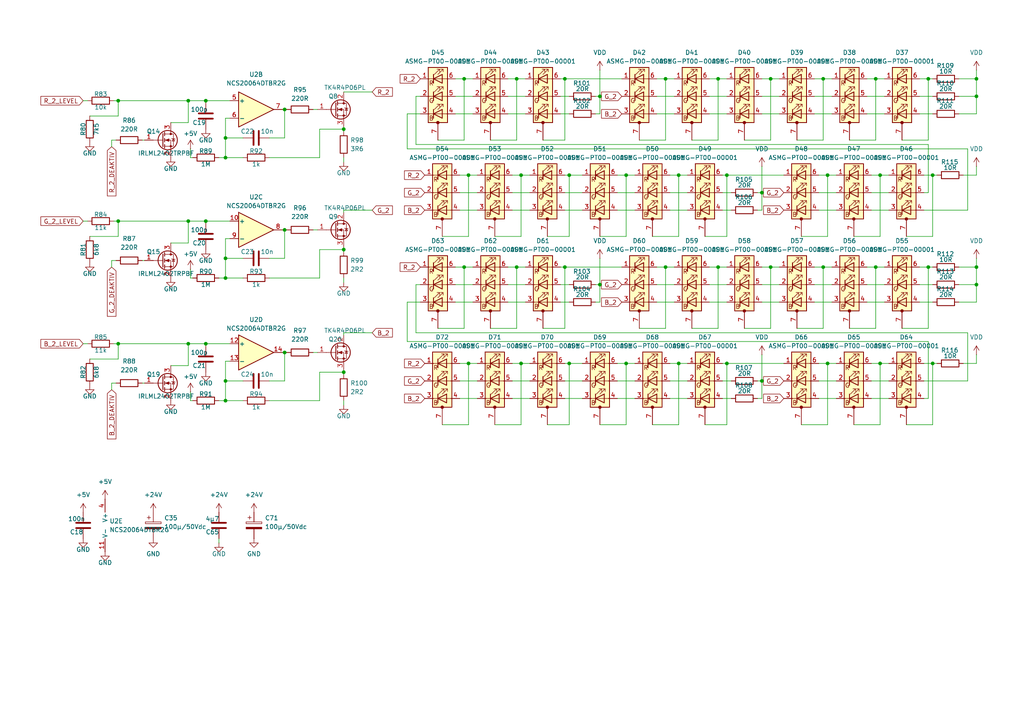
<source format=kicad_sch>
(kicad_sch (version 20250114) (generator "eeschema") (generator_version "9.0")
  (paper "A4")
  (title_block (title "608-Alfactory-Assay-Arena") (date "01.2024") (comment 1 "Optogen Arena RGB LED V1.0") (comment 2 "LED type: ASMG-PT00-00001") (comment 3 "R:625nm, G:525nm, B:460nm, IR:850nm"))
  (junction (at 99.695 72.39))
  (junction (at 34.29 64.135))
  (junction (at 208.28 22.86))
  (junction (at 240.03 50.8))
  (junction (at 193.04 77.47))
  (junction (at 65.405 116.205))
  (junction (at 283.21 82.55))
  (junction (at 59.69 29.21))
  (junction (at 196.85 105.41))
  (junction (at 149.86 77.47))
  (junction (at 210.82 50.8))
  (junction (at 65.405 74.93))
  (junction (at 173.99 82.55))
  (junction (at 99.695 107.95))
  (junction (at 82.55 66.675))
  (junction (at 238.76 22.86))
  (junction (at 210.82 105.41))
  (junction (at 283.21 27.94))
  (junction (at 240.03 105.41))
  (junction (at 149.86 22.86))
  (junction (at 223.52 22.86))
  (junction (at 238.76 77.47))
  (junction (at 165.1 50.8))
  (junction (at 59.69 99.695))
  (junction (at 65.405 40.005))
  (junction (at 163.83 77.47))
  (junction (at 134.62 22.86))
  (junction (at 181.61 50.8))
  (junction (at 283.21 77.47))
  (junction (at 135.89 105.41))
  (junction (at 254 77.47))
  (junction (at 254 22.86))
  (junction (at 165.1 105.41))
  (junction (at 34.29 99.695))
  (junction (at 270.51 105.41))
  (junction (at 65.405 45.72))
  (junction (at 134.62 77.47))
  (junction (at 34.29 29.21))
  (junction (at 54.61 29.21))
  (junction (at 173.99 27.94))
  (junction (at 82.55 31.75))
  (junction (at 65.405 110.49))
  (junction (at 208.28 77.47))
  (junction (at 99.695 37.465))
  (junction (at 220.98 110.49))
  (junction (at 283.21 22.86))
  (junction (at 151.13 105.41))
  (junction (at 135.89 50.8))
  (junction (at 54.61 99.695))
  (junction (at 82.55 102.235))
  (junction (at 54.61 64.135))
  (junction (at 269.24 22.86))
  (junction (at 255.27 50.8))
  (junction (at 163.83 22.86))
  (junction (at 255.27 105.41))
  (junction (at 269.24 77.47))
  (junction (at 270.51 50.8))
  (junction (at 59.69 64.135))
  (junction (at 220.98 55.88))
  (junction (at 181.61 105.41))
  (junction (at 151.13 50.8))
  (junction (at 196.85 50.8))
  (junction (at 65.405 80.645))
  (junction (at 223.52 77.47))
  (junction (at 193.04 22.86))
  (wire (pts (xy 152.4 22.86) (xy 149.86 22.86)))
  (wire (pts (xy 270.51 68.58) (xy 270.51 50.8)))
  (wire (pts (xy 278.13 82.55) (xy 283.21 82.55)))
  (wire (pts (xy 196.85 105.41) (xy 194.31 105.41)))
  (wire (pts (xy 283.21 33.02) (xy 278.13 33.02)))
  (wire (pts (xy 172.72 33.02) (xy 173.99 33.02)))
  (wire (pts (xy 143.51 68.58) (xy 151.13 68.58)))
  (wire (pts (xy 189.23 68.58) (xy 196.85 68.58)))
  (wire (pts (xy 137.16 82.55) (xy 132.08 82.55)))
  (wire (pts (xy 152.4 27.94) (xy 147.32 27.94)))
  (wire (pts (xy 223.52 77.47) (xy 220.98 77.47)))
  (wire (pts (xy 184.15 50.8) (xy 181.61 50.8)))
  (wire (pts (xy 34.29 64.135) (xy 33.02 64.135)))
  (wire (pts (xy 92.71 107.95) (xy 99.695 107.95)))
  (wire (pts (xy 32.385 113.03) (xy 32.385 111.125)))
  (wire (pts (xy 99.695 96.52) (xy 107.95 96.52)))
  (wire (pts (xy 70.485 80.645) (xy 65.405 80.645)))
  (wire (pts (xy 195.58 82.55) (xy 190.5 82.55)))
  (wire (pts (xy 49.53 70.485) (xy 54.61 70.485)))
  (wire (pts (xy 135.89 68.58) (xy 135.89 50.8)))
  (wire (pts (xy 269.24 99.06) (xy 118.11 99.06)))
  (wire (pts (xy 181.61 68.58) (xy 181.61 50.8)))
  (wire (pts (xy 215.9 40.64) (xy 223.52 40.64)))
  (wire (pts (xy 238.76 77.47) (xy 236.22 77.47)))
  (wire (pts (xy 220.98 110.49) (xy 220.98 115.57)))
  (wire (pts (xy 118.11 87.63) (xy 118.11 99.06)))
  (wire (pts (xy 55.245 78.105) (xy 55.245 80.645)))
  (wire (pts (xy 196.85 123.19) (xy 196.85 105.41)))
  (wire (pts (xy 158.75 123.19) (xy 165.1 123.19)))
  (wire (pts (xy 63.5 116.205) (xy 65.405 116.205)))
  (wire (pts (xy 173.99 20.32) (xy 173.99 27.94)))
  (wire (pts (xy 34.29 99.695) (xy 33.02 99.695)))
  (wire (pts (xy 99.695 45.72) (xy 99.695 46.99)))
  (wire (pts (xy 184.15 55.88) (xy 179.07 55.88)))
  (wire (pts (xy 173.99 68.58) (xy 181.61 68.58)))
  (wire (pts (xy 158.75 68.58) (xy 165.1 68.58)))
  (wire (pts (xy 59.69 99.695) (xy 66.675 99.695)))
  (wire (pts (xy 134.62 77.47) (xy 132.08 77.47)))
  (wire (pts (xy 121.92 33.02) (xy 118.11 33.02)))
  (wire (pts (xy 270.51 82.55) (xy 266.7 82.55)))
  (wire (pts (xy 24.13 64.135) (xy 25.4 64.135)))
  (wire (pts (xy 283.21 105.41) (xy 279.4 105.41)))
  (wire (pts (xy 195.58 27.94) (xy 190.5 27.94)))
  (wire (pts (xy 168.91 55.88) (xy 163.83 55.88)))
  (wire (pts (xy 173.99 27.94) (xy 173.99 33.02)))
  (wire (pts (xy 241.3 82.55) (xy 236.22 82.55)))
  (wire (pts (xy 99.695 37.465) (xy 99.695 36.83)))
  (wire (pts (xy 180.34 22.86) (xy 163.83 22.86)))
  (wire (pts (xy 34.29 33.655) (xy 34.29 29.21)))
  (wire (pts (xy 81.915 31.75) (xy 82.55 31.75)))
  (wire (pts (xy 137.16 77.47) (xy 134.62 77.47)))
  (wire (pts (xy 41.275 40.64) (xy 41.91 40.64)))
  (wire (pts (xy 280.67 96.52) (xy 280.67 110.49)))
  (wire (pts (xy 168.91 110.49) (xy 163.83 110.49)))
  (wire (pts (xy 82.55 102.235) (xy 83.185 102.235)))
  (wire (pts (xy 78.105 80.645) (xy 92.71 80.645)))
  (wire (pts (xy 210.82 105.41) (xy 209.55 105.41)))
  (wire (pts (xy 172.72 87.63) (xy 173.99 87.63)))
  (wire (pts (xy 223.52 22.86) (xy 220.98 22.86)))
  (wire (pts (xy 34.29 29.21) (xy 33.02 29.21)))
  (wire (pts (xy 165.1 105.41) (xy 163.83 105.41)))
  (wire (pts (xy 254 77.47) (xy 251.46 77.47)))
  (wire (pts (xy 212.09 60.96) (xy 209.55 60.96)))
  (wire (pts (xy 226.06 82.55) (xy 220.98 82.55)))
  (wire (pts (xy 269.24 77.47) (xy 266.7 77.47)))
  (wire (pts (xy 269.24 55.88) (xy 267.97 55.88)))
  (wire (pts (xy 193.04 22.86) (xy 190.5 22.86)))
  (wire (pts (xy 157.48 40.64) (xy 163.83 40.64)))
  (wire (pts (xy 200.66 40.64) (xy 208.28 40.64)))
  (wire (pts (xy 210.82 77.47) (xy 208.28 77.47)))
  (wire (pts (xy 81.915 102.235) (xy 82.55 102.235)))
  (wire (pts (xy 78.105 116.205) (xy 92.71 116.205)))
  (wire (pts (xy 280.67 110.49) (xy 267.97 110.49)))
  (wire (pts (xy 128.27 123.19) (xy 135.89 123.19)))
  (wire (pts (xy 256.54 87.63) (xy 251.46 87.63)))
  (wire (pts (xy 151.13 105.41) (xy 148.59 105.41)))
  (wire (pts (xy 181.61 123.19) (xy 181.61 105.41)))
  (wire (pts (xy 65.405 110.49) (xy 65.405 104.775)))
  (wire (pts (xy 184.15 105.41) (xy 181.61 105.41)))
  (wire (pts (xy 208.28 40.64) (xy 208.28 22.86)))
  (wire (pts (xy 173.99 27.94) (xy 172.72 27.94)))
  (wire (pts (xy 270.51 50.8) (xy 267.97 50.8)))
  (wire (pts (xy 255.27 123.19) (xy 255.27 105.41)))
  (wire (pts (xy 220.98 110.49) (xy 219.71 110.49)))
  (wire (pts (xy 165.1 105.41) (xy 165.1 123.19)))
  (wire (pts (xy 153.67 50.8) (xy 151.13 50.8)))
  (wire (pts (xy 149.86 95.25) (xy 149.86 77.47)))
  (wire (pts (xy 195.58 77.47) (xy 193.04 77.47)))
  (wire (pts (xy 242.57 105.41) (xy 240.03 105.41)))
  (wire (pts (xy 24.13 99.695) (xy 25.4 99.695)))
  (wire (pts (xy 231.14 95.25) (xy 238.76 95.25)))
  (wire (pts (xy 32.385 40.64) (xy 33.655 40.64)))
  (wire (pts (xy 49.53 106.045) (xy 54.61 106.045)))
  (wire (pts (xy 55.245 43.18) (xy 55.245 45.72)))
  (wire (pts (xy 255.27 50.8) (xy 252.73 50.8)))
  (wire (pts (xy 138.43 50.8) (xy 135.89 50.8)))
  (wire (pts (xy 153.67 115.57) (xy 148.59 115.57)))
  (wire (pts (xy 137.16 27.94) (xy 132.08 27.94)))
  (wire (pts (xy 163.83 22.86) (xy 163.83 40.64)))
  (wire (pts (xy 134.62 22.86) (xy 132.08 22.86)))
  (wire (pts (xy 138.43 105.41) (xy 135.89 105.41)))
  (wire (pts (xy 82.55 74.93) (xy 82.55 66.675)))
  (wire (pts (xy 41.275 75.565) (xy 41.91 75.565)))
  (wire (pts (xy 283.21 27.94) (xy 283.21 22.86)))
  (wire (pts (xy 280.67 60.96) (xy 267.97 60.96)))
  (wire (pts (xy 257.81 60.96) (xy 252.73 60.96)))
  (wire (pts (xy 238.76 95.25) (xy 238.76 77.47)))
  (wire (pts (xy 193.04 95.25) (xy 193.04 77.47)))
  (wire (pts (xy 152.4 33.02) (xy 147.32 33.02)))
  (wire (pts (xy 137.16 22.86) (xy 134.62 22.86)))
  (wire (pts (xy 54.61 64.135) (xy 59.69 64.135)))
  (wire (pts (xy 55.245 45.72) (xy 55.88 45.72)))
  (wire (pts (xy 149.86 22.86) (xy 147.32 22.86)))
  (wire (pts (xy 92.71 37.465) (xy 99.695 37.465)))
  (wire (pts (xy 220.98 102.87) (xy 220.98 110.49)))
  (wire (pts (xy 219.71 115.57) (xy 220.98 115.57)))
  (wire (pts (xy 280.67 43.18) (xy 118.11 43.18)))
  (wire (pts (xy 241.3 33.02) (xy 236.22 33.02)))
  (wire (pts (xy 70.485 110.49) (xy 65.405 110.49)))
  (wire (pts (xy 240.03 123.19) (xy 240.03 105.41)))
  (wire (pts (xy 78.105 74.93) (xy 82.55 74.93)))
  (wire (pts (xy 173.99 74.93) (xy 173.99 82.55)))
  (wire (pts (xy 181.61 50.8) (xy 179.07 50.8)))
  (wire (pts (xy 78.105 40.005) (xy 82.55 40.005)))
  (wire (pts (xy 163.83 77.47) (xy 163.83 95.25)))
  (wire (pts (xy 199.39 105.41) (xy 196.85 105.41)))
  (wire (pts (xy 54.61 35.56) (xy 54.61 29.21)))
  (wire (pts (xy 204.47 123.19) (xy 210.82 123.19)))
  (wire (pts (xy 41.275 111.125) (xy 41.91 111.125)))
  (wire (pts (xy 168.91 105.41) (xy 165.1 105.41)))
  (wire (pts (xy 220.98 48.26) (xy 220.98 55.88)))
  (wire (pts (xy 269.24 22.86) (xy 266.7 22.86)))
  (wire (pts (xy 65.405 34.29) (xy 66.675 34.29)))
  (wire (pts (xy 210.82 22.86) (xy 208.28 22.86)))
  (wire (pts (xy 149.86 40.64) (xy 149.86 22.86)))
  (wire (pts (xy 99.695 26.67) (xy 107.95 26.67)))
  (wire (pts (xy 78.105 110.49) (xy 82.55 110.49)))
  (wire (pts (xy 55.245 80.645) (xy 55.88 80.645)))
  (wire (pts (xy 256.54 77.47) (xy 254 77.47)))
  (wire (pts (xy 34.29 68.58) (xy 34.29 64.135)))
  (wire (pts (xy 70.485 45.72) (xy 65.405 45.72)))
  (wire (pts (xy 65.405 74.93) (xy 65.405 69.215)))
  (wire (pts (xy 127 95.25) (xy 134.62 95.25)))
  (wire (pts (xy 283.21 22.86) (xy 278.13 22.86)))
  (wire (pts (xy 26.035 104.14) (xy 34.29 104.14)))
  (wire (pts (xy 70.485 74.93) (xy 65.405 74.93)))
  (wire (pts (xy 135.89 50.8) (xy 133.35 50.8)))
  (wire (pts (xy 226.06 27.94) (xy 220.98 27.94)))
  (wire (pts (xy 151.13 123.19) (xy 151.13 105.41)))
  (wire (pts (xy 32.385 111.125) (xy 33.655 111.125)))
  (wire (pts (xy 165.1 33.02) (xy 162.56 33.02)))
  (wire (pts (xy 208.28 95.25) (xy 208.28 77.47)))
  (wire (pts (xy 226.06 22.86) (xy 223.52 22.86)))
  (wire (pts (xy 54.61 29.21) (xy 59.69 29.21)))
  (wire (pts (xy 65.405 69.215) (xy 66.675 69.215)))
  (wire (pts (xy 269.24 115.57) (xy 269.24 99.06)))
  (wire (pts (xy 65.405 45.72) (xy 65.405 40.005)))
  (wire (pts (xy 151.13 50.8) (xy 148.59 50.8)))
  (wire (pts (xy 99.695 96.52) (xy 99.695 97.155)))
  (wire (pts (xy 242.57 115.57) (xy 237.49 115.57)))
  (wire (pts (xy 82.55 110.49) (xy 82.55 102.235)))
  (wire (pts (xy 59.69 29.21) (xy 59.69 29.845)))
  (wire (pts (xy 34.29 29.21) (xy 54.61 29.21)))
  (wire (pts (xy 55.245 113.665) (xy 55.245 116.205)))
  (wire (pts (xy 232.41 68.58) (xy 240.03 68.58)))
  (wire (pts (xy 120.65 27.94) (xy 120.65 41.91)))
  (wire (pts (xy 168.91 115.57) (xy 163.83 115.57)))
  (wire (pts (xy 26.035 33.655) (xy 34.29 33.655)))
  (wire (pts (xy 196.85 50.8) (xy 194.31 50.8)))
  (wire (pts (xy 184.15 110.49) (xy 179.07 110.49)))
  (wire (pts (xy 120.65 41.91) (xy 269.24 41.91)))
  (wire (pts (xy 242.57 110.49) (xy 237.49 110.49)))
  (wire (pts (xy 121.92 82.55) (xy 120.65 82.55)))
  (wire (pts (xy 256.54 33.02) (xy 251.46 33.02)))
  (wire (pts (xy 99.695 80.645) (xy 99.695 81.915)))
  (wire (pts (xy 34.29 99.695) (xy 54.61 99.695)))
  (wire (pts (xy 153.67 110.49) (xy 148.59 110.49)))
  (wire (pts (xy 270.51 123.19) (xy 270.51 105.41)))
  (wire (pts (xy 257.81 50.8) (xy 255.27 50.8)))
  (wire (pts (xy 92.71 80.645) (xy 92.71 72.39)))
  (wire (pts (xy 173.99 82.55) (xy 173.99 87.63)))
  (wire (pts (xy 210.82 123.19) (xy 210.82 105.41)))
  (wire (pts (xy 180.34 77.47) (xy 163.83 77.47)))
  (wire (pts (xy 283.21 77.47) (xy 278.13 77.47)))
  (wire (pts (xy 261.62 40.64) (xy 269.24 40.64)))
  (wire (pts (xy 54.61 99.695) (xy 59.69 99.695)))
  (wire (pts (xy 153.67 55.88) (xy 148.59 55.88)))
  (wire (pts (xy 63.5 80.645) (xy 65.405 80.645)))
  (wire (pts (xy 283.21 77.47) (xy 283.21 82.55)))
  (wire (pts (xy 134.62 40.64) (xy 134.62 22.86)))
  (wire (pts (xy 238.76 40.64) (xy 238.76 22.86)))
  (wire (pts (xy 269.24 115.57) (xy 267.97 115.57)))
  (wire (pts (xy 283.21 102.87) (xy 283.21 105.41)))
  (wire (pts (xy 184.15 115.57) (xy 179.07 115.57)))
  (wire (pts (xy 269.24 40.64) (xy 269.24 22.86)))
  (wire (pts (xy 195.58 87.63) (xy 190.5 87.63)))
  (wire (pts (xy 65.405 80.645) (xy 65.405 74.93)))
  (wire (pts (xy 138.43 110.49) (xy 133.35 110.49)))
  (wire (pts (xy 118.11 33.02) (xy 118.11 43.18)))
  (wire (pts (xy 92.71 116.205) (xy 92.71 107.95)))
  (wire (pts (xy 256.54 22.86) (xy 254 22.86)))
  (wire (pts (xy 65.405 40.005) (xy 65.405 34.29)))
  (wire (pts (xy 81.915 66.675) (xy 82.55 66.675)))
  (wire (pts (xy 168.91 60.96) (xy 163.83 60.96)))
  (wire (pts (xy 204.47 68.58) (xy 210.82 68.58)))
  (wire (pts (xy 240.03 105.41) (xy 237.49 105.41)))
  (wire (pts (xy 283.21 50.8) (xy 279.4 50.8)))
  (wire (pts (xy 212.09 110.49) (xy 209.55 110.49)))
  (wire (pts (xy 212.09 115.57) (xy 209.55 115.57)))
  (wire (pts (xy 210.82 27.94) (xy 205.74 27.94)))
  (wire (pts (xy 247.65 68.58) (xy 255.27 68.58)))
  (wire (pts (xy 138.43 55.88) (xy 133.35 55.88)))
  (wire (pts (xy 283.21 82.55) (xy 283.21 87.63)))
  (wire (pts (xy 99.695 60.96) (xy 99.695 61.595)))
  (wire (pts (xy 257.81 115.57) (xy 252.73 115.57)))
  (wire (pts (xy 242.57 55.88) (xy 237.49 55.88)))
  (wire (pts (xy 152.4 77.47) (xy 149.86 77.47)))
  (wire (pts (xy 254 95.25) (xy 254 77.47)))
  (wire (pts (xy 121.92 27.94) (xy 120.65 27.94)))
  (wire (pts (xy 173.99 82.55) (xy 172.72 82.55)))
  (wire (pts (xy 283.21 27.94) (xy 278.13 27.94)))
  (wire (pts (xy 256.54 82.55) (xy 251.46 82.55)))
  (wire (pts (xy 59.69 29.21) (xy 66.675 29.21)))
  (wire (pts (xy 165.1 87.63) (xy 162.56 87.63)))
  (wire (pts (xy 208.28 22.86) (xy 205.74 22.86)))
  (wire (pts (xy 241.3 22.86) (xy 238.76 22.86)))
  (wire (pts (xy 246.38 95.25) (xy 254 95.25)))
  (wire (pts (xy 283.21 74.93) (xy 283.21 77.47)))
  (wire (pts (xy 257.81 55.88) (xy 252.73 55.88)))
  (wire (pts (xy 32.385 77.47) (xy 32.385 75.565)))
  (wire (pts (xy 137.16 33.02) (xy 132.08 33.02)))
  (wire (pts (xy 142.24 95.25) (xy 149.86 95.25)))
  (wire (pts (xy 157.48 95.25) (xy 163.83 95.25)))
  (wire (pts (xy 63.5 156.21) (xy 63.5 157.48)))
  (wire (pts (xy 149.86 77.47) (xy 147.32 77.47)))
  (wire (pts (xy 232.41 123.19) (xy 240.03 123.19)))
  (wire (pts (xy 120.65 96.52) (xy 280.67 96.52)))
  (wire (pts (xy 270.51 33.02) (xy 266.7 33.02)))
  (wire (pts (xy 59.69 64.135) (xy 66.675 64.135)))
  (wire (pts (xy 270.51 22.86) (xy 269.24 22.86)))
  (wire (pts (xy 184.15 60.96) (xy 179.07 60.96)))
  (wire (pts (xy 153.67 105.41) (xy 151.13 105.41)))
  (wire (pts (xy 255.27 105.41) (xy 252.73 105.41)))
  (wire (pts (xy 168.91 50.8) (xy 165.1 50.8)))
  (wire (pts (xy 99.695 108.585) (xy 99.695 107.95)))
  (wire (pts (xy 226.06 33.02) (xy 220.98 33.02)))
  (wire (pts (xy 99.695 73.025) (xy 99.695 72.39)))
  (wire (pts (xy 208.28 77.47) (xy 205.74 77.47)))
  (wire (pts (xy 240.03 50.8) (xy 237.49 50.8)))
  (wire (pts (xy 59.69 99.695) (xy 59.69 100.33)))
  (wire (pts (xy 193.04 77.47) (xy 190.5 77.47)))
  (wire (pts (xy 257.81 105.41) (xy 255.27 105.41)))
  (wire (pts (xy 70.485 116.205) (xy 65.405 116.205)))
  (wire (pts (xy 137.16 87.63) (xy 132.08 87.63)))
  (wire (pts (xy 271.78 50.8) (xy 270.51 50.8)))
  (wire (pts (xy 199.39 60.96) (xy 194.31 60.96)))
  (wire (pts (xy 90.805 31.75) (xy 92.075 31.75)))
  (wire (pts (xy 55.245 116.205) (xy 55.88 116.205)))
  (wire (pts (xy 240.03 68.58) (xy 240.03 50.8)))
  (wire (pts (xy 241.3 87.63) (xy 236.22 87.63)))
  (wire (pts (xy 270.51 105.41) (xy 267.97 105.41)))
  (wire (pts (xy 185.42 95.25) (xy 193.04 95.25)))
  (wire (pts (xy 90.805 66.675) (xy 92.075 66.675)))
  (wire (pts (xy 78.105 45.72) (xy 92.71 45.72)))
  (wire (pts (xy 54.61 70.485) (xy 54.61 64.135)))
  (wire (pts (xy 227.33 50.8) (xy 210.82 50.8)))
  (wire (pts (xy 223.52 22.86) (xy 223.52 40.64)))
  (wire (pts (xy 92.71 72.39) (xy 99.695 72.39)))
  (wire (pts (xy 262.89 68.58) (xy 270.51 68.58)))
  (wire (pts (xy 199.39 115.57) (xy 194.31 115.57)))
  (wire (pts (xy 283.21 87.63) (xy 278.13 87.63)))
  (wire (pts (xy 59.69 64.135) (xy 59.69 64.77)))
  (wire (pts (xy 242.57 50.8) (xy 240.03 50.8)))
  (wire (pts (xy 82.55 40.005) (xy 82.55 31.75)))
  (wire (pts (xy 215.9 95.25) (xy 223.52 95.25)))
  (wire (pts (xy 220.98 55.88) (xy 219.71 55.88)))
  (wire (pts (xy 271.78 105.41) (xy 270.51 105.41)))
  (wire (pts (xy 163.83 22.86) (xy 162.56 22.86)))
  (wire (pts (xy 135.89 105.41) (xy 133.35 105.41)))
  (wire (pts (xy 142.24 40.64) (xy 149.86 40.64)))
  (wire (pts (xy 138.43 60.96) (xy 133.35 60.96)))
  (wire (pts (xy 254 40.64) (xy 254 22.86)))
  (wire (pts (xy 283.21 27.94) (xy 283.21 33.02)))
  (wire (pts (xy 210.82 50.8) (xy 209.55 50.8)))
  (wire (pts (xy 270.51 77.47) (xy 269.24 77.47)))
  (wire (pts (xy 32.385 42.545) (xy 32.385 40.64)))
  (wire (pts (xy 163.83 77.47) (xy 162.56 77.47)))
  (wire (pts (xy 70.485 40.005) (xy 65.405 40.005)))
  (wire (pts (xy 219.71 60.96) (xy 220.98 60.96)))
  (wire (pts (xy 193.04 40.64) (xy 193.04 22.86)))
  (wire (pts (xy 254 22.86) (xy 251.46 22.86)))
  (wire (pts (xy 34.29 104.14) (xy 34.29 99.695)))
  (wire (pts (xy 283.21 20.32) (xy 283.21 22.86)))
  (wire (pts (xy 99.695 72.39) (xy 99.695 71.755)))
  (wire (pts (xy 261.62 95.25) (xy 269.24 95.25)))
  (wire (pts (xy 135.89 123.19) (xy 135.89 105.41)))
  (wire (pts (xy 210.82 68.58) (xy 210.82 50.8)))
  (wire (pts (xy 24.13 29.21) (xy 25.4 29.21)))
  (wire (pts (xy 270.51 27.94) (xy 266.7 27.94)))
  (wire (pts (xy 199.39 50.8) (xy 196.85 50.8)))
  (wire (pts (xy 34.29 64.135) (xy 54.61 64.135)))
  (wire (pts (xy 195.58 22.86) (xy 193.04 22.86)))
  (wire (pts (xy 65.405 104.775) (xy 66.675 104.775)))
  (wire (pts (xy 200.66 95.25) (xy 208.28 95.25)))
  (wire (pts (xy 247.65 123.19) (xy 255.27 123.19)))
  (wire (pts (xy 199.39 55.88) (xy 194.31 55.88)))
  (wire (pts (xy 210.82 87.63) (xy 205.74 87.63)))
  (wire (pts (xy 138.43 115.57) (xy 133.35 115.57)))
  (wire (pts (xy 65.405 116.205) (xy 65.405 110.49)))
  (wire (pts (xy 269.24 95.25) (xy 269.24 77.47)))
  (wire (pts (xy 92.71 45.72) (xy 92.71 37.465)))
  (wire (pts (xy 199.39 110.49) (xy 194.31 110.49)))
  (wire (pts (xy 82.55 31.75) (xy 83.185 31.75)))
  (wire (pts (xy 283.21 48.26) (xy 283.21 50.8)))
  (wire (pts (xy 269.24 41.91) (xy 269.24 55.88)))
  (wire (pts (xy 173.99 123.19) (xy 181.61 123.19)))
  (wire (pts (xy 165.1 27.94) (xy 162.56 27.94)))
  (wire (pts (xy 255.27 68.58) (xy 255.27 50.8)))
  (wire (pts (xy 242.57 60.96) (xy 237.49 60.96)))
  (wire (pts (xy 189.23 123.19) (xy 196.85 123.19)))
  (wire (pts (xy 128.27 68.58) (xy 135.89 68.58)))
  (wire (pts (xy 165.1 50.8) (xy 163.83 50.8)))
  (wire (pts (xy 153.67 60.96) (xy 148.59 60.96)))
  (wire (pts (xy 121.92 87.63) (xy 118.11 87.63)))
  (wire (pts (xy 195.58 33.02) (xy 190.5 33.02)))
  (wire (pts (xy 262.89 123.19) (xy 270.51 123.19)))
  (wire (pts (xy 107.95 60.96) (xy 99.695 60.96)))
  (wire (pts (xy 196.85 68.58) (xy 196.85 50.8)))
  (wire (pts (xy 227.33 105.41) (xy 210.82 105.41)))
  (wire (pts (xy 152.4 87.63) (xy 147.32 87.63)))
  (wire (pts (xy 210.82 82.55) (xy 205.74 82.55)))
  (wire (pts (xy 54.61 106.045) (xy 54.61 99.695)))
  (wire (pts (xy 226.06 77.47) (xy 223.52 77.47)))
  (wire (pts (xy 185.42 40.64) (xy 193.04 40.64)))
  (wire (pts (xy 120.65 82.55) (xy 120.65 96.52)))
  (wire (pts (xy 220.98 55.88) (xy 220.98 60.96)))
  (wire (pts (xy 49.53 35.56) (xy 54.61 35.56)))
  (wire (pts (xy 165.1 82.55) (xy 162.56 82.55)))
  (wire (pts (xy 143.51 123.19) (xy 151.13 123.19)))
  (wire (pts (xy 256.54 27.94) (xy 251.46 27.94)))
  (wire (pts (xy 238.76 22.86) (xy 236.22 22.86)))
  (wire (pts (xy 241.3 27.94) (xy 236.22 27.94)))
  (wire (pts (xy 127 40.64) (xy 134.62 40.64)))
  (wire (pts (xy 223.52 77.47) (xy 223.52 95.25)))
  (wire (pts (xy 26.035 68.58) (xy 34.29 68.58)))
  (wire (pts (xy 241.3 77.47) (xy 238.76 77.47)))
  (wire (pts (xy 63.5 45.72) (xy 65.405 45.72)))
  (wire (pts (xy 152.4 82.55) (xy 147.32 82.55)))
  (wire (pts (xy 90.805 102.235) (xy 92.075 102.235)))
  (wire (pts (xy 231.14 40.64) (xy 238.76 40.64)))
  (wire (pts (xy 134.62 95.25) (xy 134.62 77.47)))
  (wire (pts (xy 270.51 87.63) (xy 266.7 87.63)))
  (wire (pts (xy 226.06 87.63) (xy 220.98 87.63)))
  (wire (pts (xy 99.695 116.205) (xy 99.695 117.475)))
  (wire (pts (xy 165.1 50.8) (xy 165.1 68.58)))
  (wire (pts (xy 32.385 75.565) (xy 33.655 75.565)))
  (wire (pts (xy 181.61 105.41) (xy 179.07 105.41)))
  (wire (pts (xy 280.67 60.96) (xy 280.67 43.18)))
  (wire (pts (xy 210.82 33.02) (xy 205.74 33.02)))
  (wire (pts (xy 151.13 68.58) (xy 151.13 50.8)))
  (wire (pts (xy 99.695 38.1) (xy 99.695 37.465)))
  (wire (pts (xy 246.38 40.64) (xy 254 40.64)))
  (wire (pts (xy 257.81 110.49) (xy 252.73 110.49)))
  (wire (pts (xy 212.09 55.88) (xy 209.55 55.88)))
  (wire (pts (xy 82.55 66.675) (xy 83.185 66.675)))
  (wire (pts (xy 99.695 107.95) (xy 99.695 107.315)))
  (global_label "R_2" (shape input) (at 123.19 50.8 180) (property "Intersheetrefs" "${INTERSHEET_REFS}" (effects (hide yes))))
  (global_label "G_2" (shape input) (at 227.33 55.88 180) (property "Intersheetrefs" "${INTERSHEET_REFS}" (effects (hide yes))))
  (global_label "R_2" (shape input) (at 121.92 22.86 180) (property "Intersheetrefs" "${INTERSHEET_REFS}" (effects (hide yes))))
  (global_label "R_2" (shape input) (at 121.92 77.47 180) (property "Intersheetrefs" "${INTERSHEET_REFS}" (effects (hide yes))))
  (global_label "B_2" (shape input) (at 123.19 115.57 180) (property "Intersheetrefs" "${INTERSHEET_REFS}" (effects (hide yes))))
  (global_label "G_2" (shape input) (at 227.33 110.49 180) (property "Intersheetrefs" "${INTERSHEET_REFS}" (effects (hide yes))))
  (global_label "B_2" (shape input) (at 180.34 87.63 180) (property "Intersheetrefs" "${INTERSHEET_REFS}" (effects (hide yes))))
  (global_label "G_2" (shape input) (at 123.19 55.88 180) (property "Intersheetrefs" "${INTERSHEET_REFS}" (effects (hide yes))))
  (global_label "B_2_LEVEL" (shape input) (at 24.13 99.695 180) (property "Intersheetrefs" "${INTERSHEET_REFS}" (effects (hide yes))))
  (global_label "R_2_LEVEL" (shape input) (at 24.13 29.21 180) (property "Intersheetrefs" "${INTERSHEET_REFS}" (effects (hide yes))))
  (global_label "G_2" (shape input) (at 180.34 82.55 180) (property "Intersheetrefs" "${INTERSHEET_REFS}" (effects (hide yes))))
  (global_label "G_2_LEVEL" (shape input) (at 24.13 64.135 180) (property "Intersheetrefs" "${INTERSHEET_REFS}" (effects (hide yes))))
  (global_label "G_2" (shape input) (at 123.19 110.49 180) (property "Intersheetrefs" "${INTERSHEET_REFS}" (effects (hide yes))))
  (global_label "G_2" (shape input) (at 107.95 60.96 0) (property "Intersheetrefs" "${INTERSHEET_REFS}" (effects (hide yes))))
  (global_label "B_2" (shape input) (at 227.33 115.57 180) (property "Intersheetrefs" "${INTERSHEET_REFS}" (effects (hide yes))))
  (global_label "G_2" (shape input) (at 180.34 27.94 180) (property "Intersheetrefs" "${INTERSHEET_REFS}" (effects (hide yes))))
  (global_label "R_2" (shape input) (at 123.19 105.41 180) (property "Intersheetrefs" "${INTERSHEET_REFS}" (effects (hide yes))))
  (global_label "B_2" (shape input) (at 180.34 33.02 180) (property "Intersheetrefs" "${INTERSHEET_REFS}" (effects (hide yes))))
  (global_label "B_2" (shape input) (at 227.33 60.96 180) (property "Intersheetrefs" "${INTERSHEET_REFS}" (effects (hide yes))))
  (global_label "B_2" (shape input) (at 123.19 60.96 180) (property "Intersheetrefs" "${INTERSHEET_REFS}" (effects (hide yes))))
  (global_label "B_2" (shape input) (at 107.95 96.52 0) (property "Intersheetrefs" "${INTERSHEET_REFS}" (effects (hide yes))))
  (global_label "G_2_DEAKTIV" (shape input) (at 32.385 77.47 270) (property "Intersheetrefs" "${INTERSHEET_REFS}" (effects (hide yes))))
  (global_label "R_2_DEAKTIV" (shape input) (at 32.385 42.545 270) (property "Intersheetrefs" "${INTERSHEET_REFS}" (effects (hide yes))))
  (global_label "R_2" (shape input) (at 107.95 26.67 0) (property "Intersheetrefs" "${INTERSHEET_REFS}" (effects (hide yes))))
  (global_label "B_2_DEAKTIV" (shape input) (at 32.385 113.03 270) (property "Intersheetrefs" "${INTERSHEET_REFS}" (effects (hide yes))))
  (symbol (lib_id "Device:R") (at 215.9 115.57 90) (unit 1)
    (property "Reference" "R108" (at 215.773 111.76 90))
    (property "Value" "20R" (at 215.9 113.411 90))
    (property "Footprint" "Resistor_SMD:R_1210_3225Metric" (effects (hide yes)))
  )
  (symbol (lib_id "Device:R") (at 37.465 75.565 90) (unit 1)
    (property "Reference" "R87" (at 37.465 69.215 90))
    (property "Value" "220R" (at 37.465 71.755 90))
    (property "Footprint" "Resistor_SMD:R_0805_2012Metric" (effects (hide yes)))
  )
  (symbol (lib_id "power:VDD") (at 220.98 48.26 0) (unit 1)
    (property "Reference" "#PWR087" (effects (hide yes)))
    (property "Value" "VDD" (at 220.98 43.18 0))
    (property "Description" "Power symbol creates a global label with name \"VDD\"" (effects (hide yes)))
  )
  (symbol (lib_id "power:GND") (at 63.5 157.48 0) (unit 1)
    (property "Reference" "#PWR0207" (effects (hide yes)))
    (property "Value" "GND" (at 63.5 160.655 0))
    (property "Description" "Power symbol creates a global label with name \"GND\" , ground" (effects (hide yes)))
  )
  (symbol (lib_id "Device:R") (at 37.465 111.125 90) (unit 1)
    (property "Reference" "R88" (at 37.465 104.775 90))
    (property "Value" "220R" (at 37.465 107.315 90))
    (property "Footprint" "Resistor_SMD:R_0805_2012Metric" (effects (hide yes)))
  )
  (symbol (lib_id "power:GND") (at 30.48 160.02 0) (unit 1)
    (property "Reference" "#PWR062" (effects (hide yes)))
    (property "Value" "GND" (at 30.48 163.195 0))
    (property "Description" "Power symbol creates a global label with name \"GND\" , ground" (effects (hide yes)))
  )
  (symbol (lib_id "power:+24V") (at 63.5 148.59 0) (unit 1)
    (property "Reference" "#PWR0206" (effects (hide yes)))
    (property "Value" "+24V" (at 63.5 143.51 0))
  )
  (symbol (lib_id "Device:LED_RGB_EP") (at 158.75 110.49 0) (unit 1)
    (property "Reference" "D70" (at 158.75 97.79 0))
    (property "Value" "ASMG-PT00-00001" (at 158.75 100.33 0))
    (property "Footprint" "Broadcom:ASMG-PT00-00001" (effects (hide yes)))
  )
  (symbol (lib_id "Device:Q_NMOS_GDS") (at 97.155 102.235 0) (unit 1)
    (property "Reference" "Q20" (at 95.25 98.425 0) (effects (justify left)))
    (property "Value" "TK4R4P06PL" (at 93.98 95.885 0) (effects (justify left)))
    (property "Footprint" "MGh-Specials:Package_TO-252-2_MGh" (effects (hide yes)))
    (property "Datasheet" "https://www.mouser.de/datasheet/2/408/TK4R4P06PL_datasheet_en_20210127-1142570.pdf" (effects (hide yes)))
  )
  (symbol (lib_id "Device:LED_RGB_EP") (at 261.62 82.55 0) (unit 1)
    (property "Reference" "D55" (at 261.62 69.85 0))
    (property "Value" "ASMG-PT00-00001" (at 261.62 72.39 0))
    (property "Footprint" "Broadcom:ASMG-PT00-00001" (effects (hide yes)))
  )
  (symbol (lib_id "power:VDD") (at 283.21 20.32 0) (unit 1)
    (property "Reference" "#PWR089" (effects (hide yes)))
    (property "Value" "VDD" (at 283.21 15.24 0))
    (property "Description" "Power symbol creates a global label with name \"VDD\"" (effects (hide yes)))
  )
  (symbol (lib_id "power:+5V") (at 55.245 113.665 0) (unit 1)
    (property "Reference" "#PWR078" (effects (hide yes)))
    (property "Value" "+5V" (at 55.245 109.22 0))
    (property "Description" "Power symbol creates a global label with name \"+5V\"" (effects (hide yes)))
  )
  (symbol (lib_id "Device:R") (at 275.59 50.8 90) (unit 1)
    (property "Reference" "R115" (at 275.463 46.99 90))
    (property "Value" "10R" (at 275.59 48.641 90))
    (property "Footprint" "Resistor_SMD:R_1210_3225Metric" (effects (hide yes)))
  )
  (symbol (lib_id "Device:LED_RGB_EP") (at 231.14 27.94 0) (unit 1)
    (property "Reference" "D39" (at 231.14 15.24 0))
    (property "Value" "ASMG-PT00-00001" (at 231.14 17.78 0))
    (property "Footprint" "Broadcom:ASMG-PT00-00001" (effects (hide yes)))
  )
  (symbol (lib_id "power:VDD") (at 173.99 74.93 0) (unit 1)
    (property "Reference" "#PWR086" (effects (hide yes)))
    (property "Value" "VDD" (at 173.99 69.85 0))
    (property "Description" "Power symbol creates a global label with name \"VDD\"" (effects (hide yes)))
  )
  (symbol (lib_id "Device:LED_RGB_EP") (at 158.75 55.88 0) (unit 1)
    (property "Reference" "D52" (at 158.75 43.18 0))
    (property "Value" "ASMG-PT00-00001" (at 158.75 45.72 0))
    (property "Footprint" "Broadcom:ASMG-PT00-00001" (effects (hide yes)))
  )
  (symbol (lib_id "Device:LED_RGB_EP") (at 189.23 110.49 0) (unit 1)
    (property "Reference" "D68" (at 189.23 97.79 0))
    (property "Value" "ASMG-PT00-00001" (at 189.23 100.33 0))
    (property "Footprint" "Broadcom:ASMG-PT00-00001" (effects (hide yes)))
  )
  (symbol (lib_id "Device:LED_RGB_EP") (at 185.42 27.94 0) (unit 1)
    (property "Reference" "D42" (at 185.42 15.24 0))
    (property "Value" "ASMG-PT00-00001" (at 185.42 17.78 0))
    (property "Footprint" "Broadcom:ASMG-PT00-00001" (effects (hide yes)))
  )
  (symbol (lib_id "Device:LED_RGB_EP") (at 247.65 110.49 0) (unit 1)
    (property "Reference" "D65" (at 247.65 97.79 0))
    (property "Value" "ASMG-PT00-00001" (at 247.65 100.33 0))
    (property "Footprint" "Broadcom:ASMG-PT00-00001" (effects (hide yes)))
  )
  (symbol (lib_id "Amplifier_Operational:TLV9304xPW") (at 74.295 66.675 0) (unit 3)
    (property "Reference" "U2" (at 74.295 57.15 0))
    (property "Value" "NCS20064DTBR2G" (at 74.295 59.69 0))
    (property "Footprint" "Package_SO:TSSOP-14_4.4x5mm_P0.65mm" (effects (hide yes)))
    (property "Datasheet" "https://www.ti.com/lit/ds/symlink/tlv9304.pdf" (effects (hide yes)))
    (property "Description" "40-V, 1-MHz, RRO Operational Amplifiers for Cost-Sensitive Systems, TSSOP-14" (effects (hide yes)))
  )
  (symbol (lib_id "Device:R") (at 168.91 87.63 90) (unit 1)
    (property "Reference" "R104" (at 168.783 83.82 90))
    (property "Value" "20R" (at 168.91 85.471 90))
    (property "Footprint" "Resistor_SMD:R_1210_3225Metric" (effects (hide yes)))
  )
  (symbol (lib_id "Transistor_FET:BSS138") (at 46.99 75.565 0) (unit 1)
    (property "Reference" "Q15" (at 42.545 73.025 0) (effects (justify left)))
    (property "Value" "IRLML2402TRPBF" (at 40.005 79.375 0) (effects (justify left)))
    (property "Footprint" "Package_TO_SOT_SMD:SOT-23" (effects (hide yes)))
    (property "Datasheet" "https://www.onsemi.com/pub/Collateral/BSS138-D.PDF" (effects (hide yes)))
    (property "Description" "50V Vds, 0.22A Id, N-Channel MOSFET, SOT-23" (effects (hide yes)))
  )
  (symbol (lib_id "power:+24V") (at 73.66 148.59 0) (unit 1)
    (property "Reference" "#PWR0264" (effects (hide yes)))
    (property "Value" "+24V" (at 73.66 143.51 0))
  )
  (symbol (lib_id "Device:LED_RGB_EP") (at 247.65 55.88 0) (unit 1)
    (property "Reference" "D47" (at 247.65 43.18 0))
    (property "Value" "ASMG-PT00-00001" (at 247.65 45.72 0))
    (property "Footprint" "Broadcom:ASMG-PT00-00001" (effects (hide yes)))
  )
  (symbol (lib_id "Device:R") (at 37.465 40.64 90) (unit 1)
    (property "Reference" "R86" (at 37.465 34.925 90))
    (property "Value" "220R" (at 37.465 37.465 90))
    (property "Footprint" "Resistor_SMD:R_0805_2012Metric" (effects (hide yes)))
  )
  (symbol (lib_id "Device:LED_RGB_EP") (at 173.99 110.49 0) (unit 1)
    (property "Reference" "D69" (at 173.99 97.79 0))
    (property "Value" "ASMG-PT00-00001" (at 173.99 100.33 0))
    (property "Footprint" "Broadcom:ASMG-PT00-00001" (effects (hide yes)))
  )
  (symbol (lib_id "power:VDD") (at 220.98 102.87 0) (unit 1)
    (property "Reference" "#PWR088" (effects (hide yes)))
    (property "Value" "VDD" (at 220.98 97.79 0))
    (property "Description" "Power symbol creates a global label with name \"VDD\"" (effects (hide yes)))
  )
  (symbol (lib_id "Device:LED_RGB_EP") (at 246.38 27.94 0) (unit 1)
    (property "Reference" "D38" (at 246.38 15.24 0))
    (property "Value" "ASMG-PT00-00001" (at 246.38 17.78 0))
    (property "Footprint" "Broadcom:ASMG-PT00-00001" (effects (hide yes)))
  )
  (symbol (lib_id "Device:R") (at 168.91 33.02 90) (unit 1)
    (property "Reference" "R102" (at 168.783 29.21 90))
    (property "Value" "20R" (at 168.91 30.861 90))
    (property "Footprint" "Resistor_SMD:R_1210_3225Metric" (effects (hide yes)))
  )
  (symbol (lib_id "Device:R") (at 274.32 27.94 90) (unit 1)
    (property "Reference" "R110" (at 274.193 24.13 90))
    (property "Value" "20R" (at 274.32 25.781 90))
    (property "Footprint" "Resistor_SMD:R_1210_3225Metric" (effects (hide yes)))
  )
  (symbol (lib_id "Device:LED_RGB_EP") (at 262.89 55.88 0) (unit 1)
    (property "Reference" "D46" (at 262.89 43.18 0))
    (property "Value" "ASMG-PT00-00001" (at 262.89 45.72 0))
    (property "Footprint" "Broadcom:ASMG-PT00-00001" (effects (hide yes)))
  )
  (symbol (lib_id "Device:R") (at 74.295 45.72 90) (unit 1)
    (property "Reference" "R92" (at 74.295 43.815 90))
    (property "Value" "1k" (at 74.295 47.625 90))
    (property "Footprint" "Resistor_SMD:R_0805_2012Metric" (effects (hide yes)))
  )
  (symbol (lib_id "Device:R") (at 99.695 41.91 180) (unit 1)
    (property "Reference" "R98" (at 101.6 40.6399 0) (effects (justify right)))
    (property "Value" "3R6" (at 101.6 43.1799 0) (effects (justify right)))
    (property "Footprint" "Resistor_SMD:R_2512_6332Metric_Pad1.40x3.35mm_HandSolder" (effects (hide yes)))
  )
  (symbol (lib_id "Device:R") (at 26.035 37.465 180) (unit 1)
    (property "Reference" "R80" (at 24.13 37.465 90))
    (property "Value" "7k5" (at 27.94 37.465 90))
    (property "Footprint" "Resistor_SMD:R_0805_2012Metric" (effects (hide yes)))
  )
  (symbol (lib_id "power:+5V") (at 30.48 144.78 0) (unit 1)
    (property "Reference" "#PWR061" (effects (hide yes)))
    (property "Value" "+5V" (at 30.48 139.7 0))
    (property "Description" "Power symbol creates a global label with name \"+5V\"" (effects (hide yes)))
  )
  (symbol (lib_id "Device:LED_RGB_EP") (at 173.99 55.88 0) (unit 1)
    (property "Reference" "D51" (at 173.99 43.18 0))
    (property "Value" "ASMG-PT00-00001" (at 173.99 45.72 0))
    (property "Footprint" "Broadcom:ASMG-PT00-00001" (effects (hide yes)))
  )
  (symbol (lib_id "Device:C") (at 59.69 104.14 180) (unit 1)
    (property "Reference" "C21" (at 57.785 106.045 0))
    (property "Value" "100p" (at 57.785 102.235 0))
    (property "Footprint" "Capacitor_SMD:C_0805_2012Metric" (effects (hide yes)))
    (property "Description" "Unpolarized capacitor" (effects (hide yes)))
  )
  (symbol (lib_id "power:GND") (at 24.13 156.21 0) (unit 1)
    (property "Reference" "#PWR057" (effects (hide yes)))
    (property "Value" "GND" (at 24.13 159.385 0))
    (property "Description" "Power symbol creates a global label with name \"GND\" , ground" (effects (hide yes)))
  )
  (symbol (lib_id "Device:LED_RGB_EP") (at 143.51 55.88 0) (unit 1)
    (property "Reference" "D53" (at 143.51 43.18 0))
    (property "Value" "ASMG-PT00-00001" (at 143.51 45.72 0))
    (property "Footprint" "Broadcom:ASMG-PT00-00001" (effects (hide yes)))
  )
  (symbol (lib_id "power:GND") (at 99.695 81.915 0) (unit 1)
    (property "Reference" "#PWR083" (effects (hide yes)))
    (property "Value" "GND" (at 99.695 85.09 0))
    (property "Description" "Power symbol creates a global label with name \"GND\" , ground" (effects (hide yes)))
  )
  (symbol (lib_id "Device:R") (at 26.035 72.39 180) (unit 1)
    (property "Reference" "R81" (at 24.13 72.39 90))
    (property "Value" "6k8" (at 27.94 72.39 90))
    (property "Footprint" "Resistor_SMD:R_0805_2012Metric" (effects (hide yes)))
  )
  (symbol (lib_id "Device:R") (at 168.91 82.55 90) (unit 1)
    (property "Reference" "R103" (at 168.783 78.74 90))
    (property "Value" "20R" (at 168.91 80.391 90))
    (property "Footprint" "Resistor_SMD:R_1210_3225Metric" (effects (hide yes)))
  )
  (symbol (lib_id "Device:R") (at 99.695 76.835 180) (unit 1)
    (property "Reference" "R99" (at 101.6 75.5649 0) (effects (justify right)))
    (property "Value" "2R2" (at 101.6 78.1049 0) (effects (justify right)))
    (property "Footprint" "Resistor_SMD:R_2512_6332Metric_Pad1.40x3.35mm_HandSolder" (effects (hide yes)))
  )
  (symbol (lib_id "Device:LED_RGB_EP") (at 246.38 82.55 0) (unit 1)
    (property "Reference" "D56" (at 246.38 69.85 0))
    (property "Value" "ASMG-PT00-00001" (at 246.38 72.39 0))
    (property "Footprint" "Broadcom:ASMG-PT00-00001" (effects (hide yes)))
  )
  (symbol (lib_id "Device:R") (at 215.9 60.96 90) (unit 1)
    (property "Reference" "R106" (at 215.773 57.15 90))
    (property "Value" "20R" (at 215.9 58.801 90))
    (property "Footprint" "Resistor_SMD:R_1210_3225Metric" (effects (hide yes)))
  )
  (symbol (lib_id "power:+5V") (at 24.13 148.59 0) (unit 1)
    (property "Reference" "#PWR054" (effects (hide yes)))
    (property "Value" "+5V" (at 24.13 143.51 0))
    (property "Description" "Power symbol creates a global label with name \"+5V\"" (effects (hide yes)))
  )
  (symbol (lib_id "power:+24V") (at 44.45 148.59 0) (unit 1)
    (property "Reference" "#PWR022" (effects (hide yes)))
    (property "Value" "+24V" (at 44.45 143.51 0))
  )
  (symbol (lib_id "Device:LED_RGB_EP") (at 128.27 110.49 0) (unit 1)
    (property "Reference" "D72" (at 128.27 97.79 0))
    (property "Value" "ASMG-PT00-00001" (at 128.27 100.33 0))
    (property "Footprint" "Broadcom:ASMG-PT00-00001" (effects (hide yes)))
  )
  (symbol (lib_id "power:GND") (at 99.695 46.99 0) (unit 1)
    (property "Reference" "#PWR082" (effects (hide yes)))
    (property "Value" "GND" (at 99.695 50.165 0))
    (property "Description" "Power symbol creates a global label with name \"GND\" , ground" (effects (hide yes)))
  )
  (symbol (lib_id "Device:LED_RGB_EP") (at 261.62 27.94 0) (unit 1)
    (property "Reference" "D37" (at 261.62 15.24 0))
    (property "Value" "ASMG-PT00-00001" (at 261.62 17.78 0))
    (property "Footprint" "Broadcom:ASMG-PT00-00001" (effects (hide yes)))
  )
  (symbol (lib_id "power:GND") (at 59.69 37.465 0) (unit 1)
    (property "Reference" "#PWR079" (effects (hide yes)))
    (property "Value" "GND" (at 59.69 40.64 0))
    (property "Description" "Power symbol creates a global label with name \"GND\" , ground" (effects (hide yes)))
  )
  (symbol (lib_id "Device:R") (at 26.035 107.95 180) (unit 1)
    (property "Reference" "R82" (at 24.13 107.95 90))
    (property "Value" "6k8" (at 27.94 107.95 90))
    (property "Footprint" "Resistor_SMD:R_0805_2012Metric" (effects (hide yes)))
  )
  (symbol (lib_id "Device:R") (at 215.9 110.49 90) (unit 1)
    (property "Reference" "R107" (at 215.773 106.68 90))
    (property "Value" "20R" (at 215.9 108.331 90))
    (property "Footprint" "Resistor_SMD:R_1210_3225Metric" (effects (hide yes)))
  )
  (symbol (lib_id "Device:R") (at 29.21 29.21 90) (unit 1)
    (property "Reference" "R83" (at 29.21 27.305 90))
    (property "Value" "10k" (at 29.21 31.115 90))
    (property "Footprint" "Resistor_SMD:R_0805_2012Metric" (effects (hide yes)))
  )
  (symbol (lib_id "power:+5V") (at 55.245 78.105 0) (unit 1)
    (property "Reference" "#PWR076" (effects (hide yes)))
    (property "Value" "+5V" (at 55.245 73.66 0))
    (property "Description" "Power symbol creates a global label with name \"+5V\"" (effects (hide yes)))
  )
  (symbol (lib_id "power:GND") (at 26.035 111.76 0) (unit 1)
    (property "Reference" "#PWR060" (effects (hide yes)))
    (property "Value" "GND" (at 26.035 114.935 0))
    (property "Description" "Power symbol creates a global label with name \"GND\" , ground" (effects (hide yes)))
  )
  (symbol (lib_id "Device:LED_RGB_EP") (at 185.42 82.55 0) (unit 1)
    (property "Reference" "D60" (at 185.42 69.85 0))
    (property "Value" "ASMG-PT00-00001" (at 185.42 72.39 0))
    (property "Footprint" "Broadcom:ASMG-PT00-00001" (effects (hide yes)))
  )
  (symbol (lib_id "Device:R") (at 59.69 80.645 90) (unit 1)
    (property "Reference" "R90" (at 59.69 78.74 90))
    (property "Value" "1M" (at 59.69 82.55 90))
    (property "Footprint" "Resistor_SMD:R_0805_2012Metric" (effects (hide yes)))
  )
  (symbol (lib_id "power:VDD") (at 283.21 48.26 0) (unit 1)
    (property "Reference" "#PWR090" (effects (hide yes)))
    (property "Value" "VDD" (at 283.21 43.18 0))
    (property "Description" "Power symbol creates a global label with name \"VDD\"" (effects (hide yes)))
  )
  (symbol (lib_id "power:+5V") (at 55.245 43.18 0) (unit 1)
    (property "Reference" "#PWR075" (effects (hide yes)))
    (property "Value" "+5V" (at 55.245 38.735 0))
    (property "Description" "Power symbol creates a global label with name \"+5V\"" (effects (hide yes)))
  )
  (symbol (lib_id "Device:R") (at 215.9 55.88 90) (unit 1)
    (property "Reference" "R105" (at 215.773 52.07 90))
    (property "Value" "20R" (at 215.9 53.721 90))
    (property "Footprint" "Resistor_SMD:R_1210_3225Metric" (effects (hide yes)))
  )
  (symbol (lib_id "Device:C") (at 74.295 40.005 90) (unit 1)
    (property "Reference" "C22" (at 71.755 38.1 90))
    (property "Value" "10n" (at 77.47 38.1 90))
    (property "Footprint" "Capacitor_SMD:C_0805_2012Metric" (effects (hide yes)))
    (property "Description" "Unpolarized capacitor" (effects (hide yes)))
  )
  (symbol (lib_id "Device:C") (at 74.295 74.93 90) (unit 1)
    (property "Reference" "C23" (at 71.755 73.025 90))
    (property "Value" "10n" (at 77.47 73.025 90))
    (property "Footprint" "Capacitor_SMD:C_0805_2012Metric" (effects (hide yes)))
    (property "Description" "Unpolarized capacitor" (effects (hide yes)))
  )
  (symbol (lib_id "Device:R") (at 274.32 82.55 90) (unit 1)
    (property "Reference" "R113" (at 274.193 78.74 90))
    (property "Value" "20R" (at 274.32 80.391 90))
    (property "Footprint" "Resistor_SMD:R_1210_3225Metric" (effects (hide yes)))
  )
  (symbol (lib_id "Device:R") (at 99.695 112.395 180) (unit 1)
    (property "Reference" "R100" (at 101.6 111.1249 0) (effects (justify right)))
    (property "Value" "2R2" (at 101.6 113.6649 0) (effects (justify right)))
    (property "Footprint" "Resistor_SMD:R_2512_6332Metric_Pad1.40x3.35mm_HandSolder" (effects (hide yes)))
  )
  (symbol (lib_id "Device:Q_NMOS_GDS") (at 97.155 31.75 0) (unit 1)
    (property "Reference" "Q8" (at 95.25 27.94 0) (effects (justify left)))
    (property "Value" "TK4R4P06PL" (at 93.98 25.4 0) (effects (justify left)))
    (property "Footprint" "MGh-Specials:Package_TO-252-2_MGh" (effects (hide yes)))
    (property "Datasheet" "https://www.mouser.de/datasheet/2/408/TK4R4P06PL_datasheet_en_20210127-1142570.pdf" (effects (hide yes)))
  )
  (symbol (lib_id "Amplifier_Operational:TLV9304xPW") (at 33.02 152.4 0) (unit 5)
    (property "Reference" "U2" (at 31.75 151.1299 0) (effects (justify left)))
    (property "Value" "NCS20064DTBR2G" (at 31.75 153.6699 0) (effects (justify left)))
    (property "Footprint" "Package_SO:TSSOP-14_4.4x5mm_P0.65mm" (effects (hide yes)))
    (property "Datasheet" "https://www.ti.com/lit/ds/symlink/tlv9304.pdf" (effects (hide yes)))
    (property "Description" "40-V, 1-MHz, RRO Operational Amplifiers for Cost-Sensitive Systems, TSSOP-14" (effects (hide yes)))
  )
  (symbol (lib_id "Device:R") (at 74.295 116.205 90) (unit 1)
    (property "Reference" "R94" (at 74.295 114.3 90))
    (property "Value" "1k" (at 74.295 118.11 90))
    (property "Footprint" "Resistor_SMD:R_0805_2012Metric" (effects (hide yes)))
  )
  (symbol (lib_id "Device:R") (at 29.21 99.695 90) (unit 1)
    (property "Reference" "R85" (at 29.21 97.79 90))
    (property "Value" "11k" (at 29.21 101.6 90))
    (property "Footprint" "Resistor_SMD:R_0805_2012Metric" (effects (hide yes)))
  )
  (symbol (lib_id "Device:LED_RGB_EP") (at 232.41 110.49 0) (unit 1)
    (property "Reference" "D66" (at 232.41 97.79 0))
    (property "Value" "ASMG-PT00-00001" (at 232.41 100.33 0))
    (property "Footprint" "Broadcom:ASMG-PT00-00001" (effects (hide yes)))
  )
  (symbol (lib_id "Device:R") (at 274.32 33.02 90) (unit 1)
    (property "Reference" "R111" (at 274.193 29.21 90))
    (property "Value" "20R" (at 274.32 30.861 90))
    (property "Footprint" "Resistor_SMD:R_1210_3225Metric" (effects (hide yes)))
  )
  (symbol (lib_id "Device:LED_RGB_EP") (at 127 82.55 0) (unit 1)
    (property "Reference" "D63" (at 127 69.85 0))
    (property "Value" "ASMG-PT00-00001" (at 127 72.39 0))
    (property "Footprint" "Broadcom:ASMG-PT00-00001" (effects (hide yes)))
  )
  (symbol (lib_id "power:VDD") (at 283.21 102.87 0) (unit 1)
    (property "Reference" "#PWR092" (effects (hide yes)))
    (property "Value" "VDD" (at 283.21 97.79 0))
    (property "Description" "Power symbol creates a global label with name \"VDD\"" (effects (hide yes)))
  )
  (symbol (lib_id "Device:C") (at 74.295 110.49 90) (unit 1)
    (property "Reference" "C24" (at 71.755 108.585 90))
    (property "Value" "10n" (at 77.47 108.585 90))
    (property "Footprint" "Capacitor_SMD:C_0805_2012Metric" (effects (hide yes)))
    (property "Description" "Unpolarized capacitor" (effects (hide yes)))
  )
  (symbol (lib_id "power:GND") (at 44.45 156.21 0) (unit 1)
    (property "Reference" "#PWR072" (effects (hide yes)))
    (property "Value" "GND" (at 44.45 160.655 0))
  )
  (symbol (lib_id "Device:C") (at 59.69 68.58 180) (unit 1)
    (property "Reference" "C20" (at 57.785 70.485 0))
    (property "Value" "100p" (at 57.785 66.675 0))
    (property "Footprint" "Capacitor_SMD:C_0805_2012Metric" (effects (hide yes)))
    (property "Description" "Unpolarized capacitor" (effects (hide yes)))
  )
  (symbol (lib_id "Device:LED_RGB_EP") (at 142.24 82.55 0) (unit 1)
    (property "Reference" "D62" (at 142.24 69.85 0))
    (property "Value" "ASMG-PT00-00001" (at 142.24 72.39 0))
    (property "Footprint" "Broadcom:ASMG-PT00-00001" (effects (hide yes)))
  )
  (symbol (lib_id "Device:R") (at 274.32 22.86 90) (unit 1)
    (property "Reference" "R109" (at 274.193 19.05 90))
    (property "Value" "10R" (at 274.32 20.701 90))
    (property "Footprint" "Resistor_SMD:R_1210_3225Metric" (effects (hide yes)))
  )
  (symbol (lib_id "power:GND") (at 73.66 156.21 0) (unit 1)
    (property "Reference" "#PWR0265" (effects (hide yes)))
    (property "Value" "GND" (at 73.66 160.655 0))
  )
  (symbol (lib_id "power:GND") (at 26.035 76.2 0) (unit 1)
    (property "Reference" "#PWR059" (effects (hide yes)))
    (property "Value" "GND" (at 26.035 79.375 0))
    (property "Description" "Power symbol creates a global label with name \"GND\" , ground" (effects (hide yes)))
  )
  (symbol (lib_id "Device:C") (at 24.13 152.4 180) (unit 1)
    (property "Reference" "C18" (at 22.225 154.305 0))
    (property "Value" "100n" (at 22.225 150.495 0))
    (property "Footprint" "Capacitor_SMD:C_0805_2012Metric" (effects (hide yes)))
    (property "Description" "Unpolarized capacitor" (effects (hide yes)))
  )
  (symbol (lib_id "Device:Q_NMOS_GDS") (at 97.155 66.675 0) (unit 1)
    (property "Reference" "Q9" (at 95.25 62.865 0) (effects (justify left)))
    (property "Value" "TK4R4P06PL" (at 93.98 60.325 0) (effects (justify left)))
    (property "Footprint" "MGh-Specials:Package_TO-252-2_MGh" (effects (hide yes)))
    (property "Datasheet" "https://www.mouser.de/datasheet/2/408/TK4R4P06PL_datasheet_en_20210127-1142570.pdf" (effects (hide yes)))
  )
  (symbol (lib_id "Device:C_Polarized") (at 73.66 152.4 0) (unit 1)
    (property "Reference" "C71" (at 76.835 150.241 0) (effects (justify left)))
    (property "Value" "100µ/50Vdc" (at 76.835 152.781 0) (effects (justify left)))
    (property "Footprint" "Capacitor_SMD:CP_Elec_6.3x7.7" (effects (hide yes)))
  )
  (symbol (lib_id "power:GND") (at 49.53 45.72 0) (unit 1)
    (property "Reference" "#PWR063" (effects (hide yes)))
    (property "Value" "GND" (at 49.53 48.895 0))
    (property "Description" "Power symbol creates a global label with name \"GND\" , ground" (effects (hide yes)))
  )
  (symbol (lib_id "Transistor_FET:BSS138") (at 46.99 40.64 0) (unit 1)
    (property "Reference" "Q14" (at 42.545 38.1 0) (effects (justify left)))
    (property "Value" "IRLML2402TRPBF" (at 40.005 44.45 0) (effects (justify left)))
    (property "Footprint" "Package_TO_SOT_SMD:SOT-23" (effects (hide yes)))
    (property "Datasheet" "https://www.onsemi.com/pub/Collateral/BSS138-D.PDF" (effects (hide yes)))
    (property "Description" "50V Vds, 0.22A Id, N-Channel MOSFET, SOT-23" (effects (hide yes)))
  )
  (symbol (lib_id "Device:LED_RGB_EP") (at 142.24 27.94 0) (unit 1)
    (property "Reference" "D44" (at 142.24 15.24 0))
    (property "Value" "ASMG-PT00-00001" (at 142.24 17.78 0))
    (property "Footprint" "Broadcom:ASMG-PT00-00001" (effects (hide yes)))
  )
  (symbol (lib_id "Device:R") (at 29.21 64.135 90) (unit 1)
    (property "Reference" "R84" (at 29.21 62.23 90))
    (property "Value" "11k" (at 29.21 66.04 90))
    (property "Footprint" "Resistor_SMD:R_0805_2012Metric" (effects (hide yes)))
  )
  (symbol (lib_id "power:GND") (at 59.69 72.39 0) (unit 1)
    (property "Reference" "#PWR080" (effects (hide yes)))
    (property "Value" "GND" (at 59.69 75.565 0))
    (property "Description" "Power symbol creates a global label with name \"GND\" , ground" (effects (hide yes)))
  )
  (symbol (lib_id "Device:R") (at 86.995 31.75 90) (unit 1)
    (property "Reference" "R95" (at 86.995 26.035 90))
    (property "Value" "220R" (at 86.995 28.575 90))
    (property "Footprint" "Resistor_SMD:R_0805_2012Metric" (effects (hide yes)))
  )
  (symbol (lib_id "Amplifier_Operational:TLV9304xPW") (at 74.295 102.235 0) (unit 4)
    (property "Reference" "U2" (at 74.295 92.71 0))
    (property "Value" "NCS20064DTBR2G" (at 74.295 95.25 0))
    (property "Footprint" "Package_SO:TSSOP-14_4.4x5mm_P0.65mm" (effects (hide yes)))
    (property "Datasheet" "https://www.ti.com/lit/ds/symlink/tlv9304.pdf" (effects (hide yes)))
    (property "Description" "40-V, 1-MHz, RRO Operational Amplifiers for Cost-Sensitive Systems, TSSOP-14" (effects (hide yes)))
  )
  (symbol (lib_id "Device:LED_RGB_EP") (at 215.9 82.55 0) (unit 1)
    (property "Reference" "D58" (at 215.9 69.85 0))
    (property "Value" "ASMG-PT00-00001" (at 215.9 72.39 0))
    (property "Footprint" "Broadcom:ASMG-PT00-00001" (effects (hide yes)))
  )
  (symbol (lib_id "Device:R") (at 74.295 80.645 90) (unit 1)
    (property "Reference" "R93" (at 74.295 78.74 90))
    (property "Value" "1k" (at 74.295 82.55 90))
    (property "Footprint" "Resistor_SMD:R_0805_2012Metric" (effects (hide yes)))
  )
  (symbol (lib_id "power:GND") (at 59.69 107.95 0) (unit 1)
    (property "Reference" "#PWR081" (effects (hide yes)))
    (property "Value" "GND" (at 59.69 111.125 0))
    (property "Description" "Power symbol creates a global label with name \"GND\" , ground" (effects (hide yes)))
  )
  (symbol (lib_id "power:GND") (at 26.035 41.275 0) (unit 1)
    (property "Reference" "#PWR058" (effects (hide yes)))
    (property "Value" "GND" (at 26.035 44.45 0))
    (property "Description" "Power symbol creates a global label with name \"GND\" , ground" (effects (hide yes)))
  )
  (symbol (lib_id "Device:C") (at 59.69 33.655 180) (unit 1)
    (property "Reference" "C19" (at 57.785 35.56 0))
    (property "Value" "100p" (at 57.785 31.75 0))
    (property "Footprint" "Capacitor_SMD:C_0805_2012Metric" (effects (hide yes)))
    (property "Description" "Unpolarized capacitor" (effects (hide yes)))
  )
  (symbol (lib_id "power:GND") (at 49.53 116.205 0) (unit 1)
    (property "Reference" "#PWR074" (effects (hide yes)))
    (property "Value" "GND" (at 49.53 119.38 0))
    (property "Description" "Power symbol creates a global label with name \"GND\" , ground" (effects (hide yes)))
  )
  (symbol (lib_id "Device:LED_RGB_EP") (at 204.47 110.49 0) (unit 1)
    (property "Reference" "D67" (at 204.47 97.79 0))
    (property "Value" "ASMG-PT00-00001" (at 204.47 100.33 0))
    (property "Footprint" "Broadcom:ASMG-PT00-00001" (effects (hide yes)))
  )
  (symbol (lib_id "Device:R") (at 168.91 27.94 90) (unit 1)
    (property "Reference" "R101" (at 168.783 24.13 90))
    (property "Value" "20R" (at 168.91 25.781 90))
    (property "Footprint" "Resistor_SMD:R_1210_3225Metric" (effects (hide yes)))
  )
  (symbol (lib_id "Device:LED_RGB_EP") (at 204.47 55.88 0) (unit 1)
    (property "Reference" "D49" (at 204.47 43.18 0))
    (property "Value" "ASMG-PT00-00001" (at 204.47 45.72 0))
    (property "Footprint" "Broadcom:ASMG-PT00-00001" (effects (hide yes)))
  )
  (symbol (lib_id "Device:R") (at 86.995 102.235 90) (unit 1)
    (property "Reference" "R97" (at 86.995 95.885 90))
    (property "Value" "220R" (at 86.995 98.425 90))
    (property "Footprint" "Resistor_SMD:R_0805_2012Metric" (effects (hide yes)))
  )
  (symbol (lib_id "Device:LED_RGB_EP") (at 200.66 82.55 0) (unit 1)
    (property "Reference" "D59" (at 200.66 69.85 0))
    (property "Value" "ASMG-PT00-00001" (at 200.66 72.39 0))
    (property "Footprint" "Broadcom:ASMG-PT00-00001" (effects (hide yes)))
  )
  (symbol (lib_id "Device:LED_RGB_EP") (at 157.48 27.94 0) (unit 1)
    (property "Reference" "D43" (at 157.48 15.24 0))
    (property "Value" "ASMG-PT00-00001" (at 157.48 17.78 0))
    (property "Footprint" "Broadcom:ASMG-PT00-00001" (effects (hide yes)))
  )
  (symbol (lib_id "power:VDD") (at 283.21 74.93 0) (unit 1)
    (property "Reference" "#PWR091" (effects (hide yes)))
    (property "Value" "VDD" (at 283.21 69.85 0))
    (property "Description" "Power symbol creates a global label with name \"VDD\"" (effects (hide yes)))
  )
  (symbol (lib_id "Device:LED_RGB_EP") (at 200.66 27.94 0) (unit 1)
    (property "Reference" "D41" (at 200.66 15.24 0))
    (property "Value" "ASMG-PT00-00001" (at 200.66 17.78 0))
    (property "Footprint" "Broadcom:ASMG-PT00-00001" (effects (hide yes)))
  )
  (symbol (lib_id "Device:LED_RGB_EP") (at 143.51 110.49 0) (unit 1)
    (property "Reference" "D71" (at 143.51 97.79 0))
    (property "Value" "ASMG-PT00-00001" (at 143.51 100.33 0))
    (property "Footprint" "Broadcom:ASMG-PT00-00001" (effects (hide yes)))
  )
  (symbol (lib_id "Device:LED_RGB_EP") (at 127 27.94 0) (unit 1)
    (property "Reference" "D45" (at 127 15.24 0))
    (property "Value" "ASMG-PT00-00001" (at 127 17.78 0))
    (property "Footprint" "Broadcom:ASMG-PT00-00001" (effects (hide yes)))
  )
  (symbol (lib_id "Device:LED_RGB_EP") (at 215.9 27.94 0) (unit 1)
    (property "Reference" "D40" (at 215.9 15.24 0))
    (property "Value" "ASMG-PT00-00001" (at 215.9 17.78 0))
    (property "Footprint" "Broadcom:ASMG-PT00-00001" (effects (hide yes)))
  )
  (symbol (lib_id "Device:LED_RGB_EP") (at 232.41 55.88 0) (unit 1)
    (property "Reference" "D48" (at 232.41 43.18 0))
    (property "Value" "ASMG-PT00-00001" (at 232.41 45.72 0))
    (property "Footprint" "Broadcom:ASMG-PT00-00001" (effects (hide yes)))
  )
  (symbol (lib_id "Device:LED_RGB_EP") (at 189.23 55.88 0) (unit 1)
    (property "Reference" "D50" (at 189.23 43.18 0))
    (property "Value" "ASMG-PT00-00001" (at 189.23 45.72 0))
    (property "Footprint" "Broadcom:ASMG-PT00-00001" (effects (hide yes)))
  )
  (symbol (lib_id "power:GND") (at 99.695 117.475 0) (unit 1)
    (property "Reference" "#PWR084" (effects (hide yes)))
    (property "Value" "GND" (at 99.695 120.65 0))
    (property "Description" "Power symbol creates a global label with name \"GND\" , ground" (effects (hide yes)))
  )
  (symbol (lib_id "Device:LED_RGB_EP") (at 128.27 55.88 0) (unit 1)
    (property "Reference" "D54" (at 128.27 43.18 0))
    (property "Value" "ASMG-PT00-00001" (at 128.27 45.72 0))
    (property "Footprint" "Broadcom:ASMG-PT00-00001" (effects (hide yes)))
  )
  (symbol (lib_id "Device:R") (at 86.995 66.675 90) (unit 1)
    (property "Reference" "R96" (at 86.995 60.325 90))
    (property "Value" "220R" (at 86.995 62.865 90))
    (property "Footprint" "Resistor_SMD:R_0805_2012Metric" (effects (hide yes)))
  )
  (symbol (lib_id "Amplifier_Operational:TLV9304xPW") (at 74.295 31.75 0) (unit 2)
    (property "Reference" "U2" (at 74.295 21.59 0))
    (property "Value" "NCS20064DTBR2G" (at 74.295 24.13 0))
    (property "Footprint" "Package_SO:TSSOP-14_4.4x5mm_P0.65mm" (effects (hide yes)))
    (property "Datasheet" "https://www.ti.com/lit/ds/symlink/tlv9304.pdf" (effects (hide yes)))
    (property "Description" "40-V, 1-MHz, RRO Operational Amplifiers for Cost-Sensitive Systems, TSSOP-14" (effects (hide yes)))
  )
  (symbol (lib_id "power:GND") (at 49.53 80.645 0) (unit 1)
    (property "Reference" "#PWR064" (effects (hide yes)))
    (property "Value" "GND" (at 49.53 83.82 0))
    (property "Description" "Power symbol creates a global label with name \"GND\" , ground" (effects (hide yes)))
  )
  (symbol (lib_id "Transistor_FET:BSS138") (at 46.99 111.125 0) (unit 1)
    (property "Reference" "Q19" (at 42.545 108.585 0) (effects (justify left)))
    (property "Value" "IRLML2402TRPBF" (at 40.005 114.935 0) (effects (justify left)))
    (property "Footprint" "Package_TO_SOT_SMD:SOT-23" (effects (hide yes)))
    (property "Datasheet" "https://www.onsemi.com/pub/Collateral/BSS138-D.PDF" (effects (hide yes)))
    (property "Description" "50V Vds, 0.22A Id, N-Channel MOSFET, SOT-23" (effects (hide yes)))
  )
  (symbol (lib_id "Device:C") (at 63.5 152.4 180) (unit 1)
    (property "Reference" "C65" (at 61.595 154.305 0))
    (property "Value" "4µ7" (at 61.595 150.495 0))
    (property "Footprint" "Capacitor_SMD:C_1206_3216Metric" (effects (hide yes)))
    (property "Description" "Unpolarized capacitor" (effects (hide yes)))
  )
  (symbol (lib_id "Device:R") (at 59.69 45.72 90) (unit 1)
    (property "Reference" "R89" (at 59.69 43.815 90))
    (property "Value" "1M" (at 59.69 47.625 90))
    (property "Footprint" "Resistor_SMD:R_0805_2012Metric" (effects (hide yes)))
  )
  (symbol (lib_id "Device:R") (at 275.59 105.41 90) (unit 1)
    (property "Reference" "R116" (at 275.463 101.6 90))
    (property "Value" "10R" (at 275.59 103.251 90))
    (property "Footprint" "Resistor_SMD:R_1210_3225Metric" (effects (hide yes)))
  )
  (symbol (lib_id "Device:LED_RGB_EP") (at 262.89 110.49 0) (unit 1)
    (property "Reference" "D64" (at 262.89 97.79 0))
    (property "Value" "ASMG-PT00-00001" (at 262.89 100.33 0))
    (property "Footprint" "Broadcom:ASMG-PT00-00001" (effects (hide yes)))
  )
  (symbol (lib_id "Device:R") (at 274.32 77.47 90) (unit 1)
    (property "Reference" "R112" (at 274.193 73.66 90))
    (property "Value" "10R" (at 274.32 75.311 90))
    (property "Footprint" "Resistor_SMD:R_1210_3225Metric" (effects (hide yes)))
  )
  (symbol (lib_id "Device:R") (at 274.32 87.63 90) (unit 1)
    (property "Reference" "R114" (at 274.193 83.82 90))
    (property "Value" "20R" (at 274.32 85.471 90))
    (property "Footprint" "Resistor_SMD:R_1210_3225Metric" (effects (hide yes)))
  )
  (symbol (lib_id "Device:LED_RGB_EP") (at 157.48 82.55 0) (unit 1)
    (property "Reference" "D61" (at 157.48 69.85 0))
    (property "Value" "ASMG-PT00-00001" (at 157.48 72.39 0))
    (property "Footprint" "Broadcom:ASMG-PT00-00001" (effects (hide yes)))
  )
  (symbol (lib_id "power:VDD") (at 173.99 20.32 0) (unit 1)
    (property "Reference" "#PWR085" (effects (hide yes)))
    (property "Value" "VDD" (at 173.99 15.24 0))
    (property "Description" "Power symbol creates a global label with name \"VDD\"" (effects (hide yes)))
  )
  (symbol (lib_id "Device:C_Polarized") (at 44.45 152.4 0) (unit 1)
    (property "Reference" "C35" (at 47.625 150.241 0) (effects (justify left)))
    (property "Value" "100µ/50Vdc" (at 47.625 152.781 0) (effects (justify left)))
    (property "Footprint" "Capacitor_SMD:CP_Elec_6.3x7.7" (effects (hide yes)))
  )
  (symbol (lib_id "Device:R") (at 59.69 116.205 90) (unit 1)
    (property "Reference" "R91" (at 59.69 114.3 90))
    (property "Value" "1M" (at 59.69 118.11 90))
    (property "Footprint" "Resistor_SMD:R_0805_2012Metric" (effects (hide yes)))
  )
  (symbol (lib_id "Device:LED_RGB_EP") (at 231.14 82.55 0) (unit 1)
    (property "Reference" "D57" (at 231.14 69.85 0))
    (property "Value" "ASMG-PT00-00001" (at 231.14 72.39 0))
    (property "Footprint" "Broadcom:ASMG-PT00-00001" (effects (hide yes)))
  )
)
</source>
